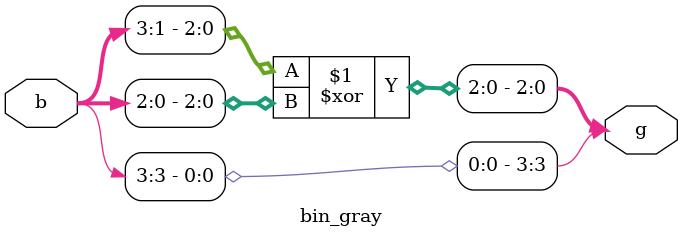
<source format=v>
module bin_gray(
  input wire [3:0] b,
  output wire [3:0] g
);
  assign g[3] = b[3];
  assign g[2:0] = b[3:1]^b[2:0];
endmodule
</source>
